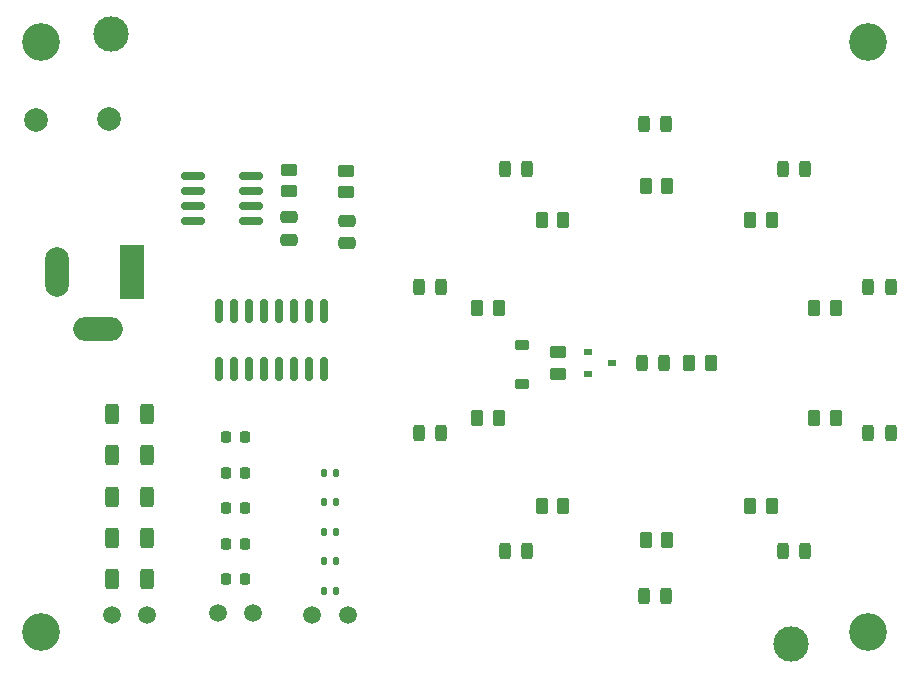
<source format=gbr>
%TF.GenerationSoftware,KiCad,Pcbnew,7.0.1*%
%TF.CreationDate,2023-04-18T15:39:04-07:00*%
%TF.ProjectId,makerspace-smt-training,6d616b65-7273-4706-9163-652d736d742d,rev?*%
%TF.SameCoordinates,Original*%
%TF.FileFunction,Soldermask,Top*%
%TF.FilePolarity,Negative*%
%FSLAX46Y46*%
G04 Gerber Fmt 4.6, Leading zero omitted, Abs format (unit mm)*
G04 Created by KiCad (PCBNEW 7.0.1) date 2023-04-18 15:39:04*
%MOMM*%
%LPD*%
G01*
G04 APERTURE LIST*
G04 Aperture macros list*
%AMRoundRect*
0 Rectangle with rounded corners*
0 $1 Rounding radius*
0 $2 $3 $4 $5 $6 $7 $8 $9 X,Y pos of 4 corners*
0 Add a 4 corners polygon primitive as box body*
4,1,4,$2,$3,$4,$5,$6,$7,$8,$9,$2,$3,0*
0 Add four circle primitives for the rounded corners*
1,1,$1+$1,$2,$3*
1,1,$1+$1,$4,$5*
1,1,$1+$1,$6,$7*
1,1,$1+$1,$8,$9*
0 Add four rect primitives between the rounded corners*
20,1,$1+$1,$2,$3,$4,$5,0*
20,1,$1+$1,$4,$5,$6,$7,0*
20,1,$1+$1,$6,$7,$8,$9,0*
20,1,$1+$1,$8,$9,$2,$3,0*%
G04 Aperture macros list end*
%ADD10R,0.800000X0.600000*%
%ADD11R,2.000000X4.600000*%
%ADD12O,2.000000X4.200000*%
%ADD13O,4.200000X2.000000*%
%ADD14RoundRect,0.225000X-0.375000X0.225000X-0.375000X-0.225000X0.375000X-0.225000X0.375000X0.225000X0*%
%ADD15RoundRect,0.243750X-0.243750X-0.456250X0.243750X-0.456250X0.243750X0.456250X-0.243750X0.456250X0*%
%ADD16RoundRect,0.250000X-0.262500X-0.450000X0.262500X-0.450000X0.262500X0.450000X-0.262500X0.450000X0*%
%ADD17RoundRect,0.225000X-0.225000X-0.250000X0.225000X-0.250000X0.225000X0.250000X-0.225000X0.250000X0*%
%ADD18C,3.000000*%
%ADD19C,1.500000*%
%ADD20C,3.200000*%
%ADD21RoundRect,0.250000X0.312500X0.625000X-0.312500X0.625000X-0.312500X-0.625000X0.312500X-0.625000X0*%
%ADD22RoundRect,0.135000X-0.135000X-0.185000X0.135000X-0.185000X0.135000X0.185000X-0.135000X0.185000X0*%
%ADD23C,2.000000*%
%ADD24RoundRect,0.250000X-0.312500X-0.625000X0.312500X-0.625000X0.312500X0.625000X-0.312500X0.625000X0*%
%ADD25RoundRect,0.250000X0.450000X-0.262500X0.450000X0.262500X-0.450000X0.262500X-0.450000X-0.262500X0*%
%ADD26RoundRect,0.250000X-0.450000X0.262500X-0.450000X-0.262500X0.450000X-0.262500X0.450000X0.262500X0*%
%ADD27RoundRect,0.250000X0.475000X-0.250000X0.475000X0.250000X-0.475000X0.250000X-0.475000X-0.250000X0*%
%ADD28RoundRect,0.250000X0.262500X0.450000X-0.262500X0.450000X-0.262500X-0.450000X0.262500X-0.450000X0*%
%ADD29RoundRect,0.135000X0.135000X0.185000X-0.135000X0.185000X-0.135000X-0.185000X0.135000X-0.185000X0*%
%ADD30RoundRect,0.150000X-0.825000X-0.150000X0.825000X-0.150000X0.825000X0.150000X-0.825000X0.150000X0*%
%ADD31RoundRect,0.150000X-0.150000X0.825000X-0.150000X-0.825000X0.150000X-0.825000X0.150000X0.825000X0*%
%ADD32RoundRect,0.250000X-0.475000X0.250000X-0.475000X-0.250000X0.475000X-0.250000X0.475000X0.250000X0*%
G04 APERTURE END LIST*
D10*
%TO.C,Q1*%
X134360000Y-76200000D03*
X132340000Y-75250000D03*
X132340000Y-77150000D03*
%TD*%
D11*
%TO.C,J1*%
X93705000Y-68479000D03*
D12*
X87405000Y-68479000D03*
D13*
X90805000Y-73279000D03*
%TD*%
D14*
%TO.C,D12*%
X126746000Y-74677000D03*
X126746000Y-77977000D03*
%TD*%
D15*
%TO.C,D10*%
X118031625Y-69750000D03*
X119906625Y-69750000D03*
%TD*%
%TO.C,D6*%
X137052756Y-95930340D03*
X138927756Y-95930340D03*
%TD*%
D16*
%TO.C,R3*%
X140900000Y-76196823D03*
X142725000Y-76196823D03*
%TD*%
D17*
%TO.C,C5*%
X101725000Y-88500000D03*
X103275000Y-88500000D03*
%TD*%
D18*
%TO.C,FID2*%
X149500000Y-100000000D03*
%TD*%
D15*
%TO.C,D9*%
X118031625Y-82110679D03*
X119906625Y-82110679D03*
%TD*%
D19*
%TO.C,TP6*%
X112000000Y-97500000D03*
%TD*%
D20*
%TO.C,H2*%
X86000000Y-99000000D03*
%TD*%
D17*
%TO.C,C4*%
X101725000Y-85500000D03*
X103275000Y-85500000D03*
%TD*%
D21*
%TO.C,R18*%
X94962500Y-91000000D03*
X92037500Y-91000000D03*
%TD*%
D15*
%TO.C,D3*%
X156073886Y-69750000D03*
X157948886Y-69750000D03*
%TD*%
%TO.C,D5*%
X148808461Y-92110679D03*
X150683461Y-92110679D03*
%TD*%
%TO.C,D7*%
X136875000Y-76196823D03*
X138750000Y-76196823D03*
%TD*%
D16*
%TO.C,R7*%
X146054278Y-88332077D03*
X147879278Y-88332077D03*
%TD*%
D15*
%TO.C,D8*%
X125297050Y-92110679D03*
X127172050Y-92110679D03*
%TD*%
D22*
%TO.C,R22*%
X109990000Y-90500000D03*
X111010000Y-90500000D03*
%TD*%
D16*
%TO.C,R4*%
X151503347Y-71561568D03*
X153328347Y-71561568D03*
%TD*%
D20*
%TO.C,H3*%
X156000000Y-99000000D03*
%TD*%
D19*
%TO.C,TP1*%
X92000000Y-97500000D03*
%TD*%
D23*
%TO.C,TP8*%
X85600000Y-55650000D03*
%TD*%
%TO.C,TP7*%
X91800000Y-55500000D03*
%TD*%
D24*
%TO.C,R17*%
X92037500Y-87500000D03*
X94962500Y-87500000D03*
%TD*%
D25*
%TO.C,R11*%
X111868375Y-61750000D03*
X111868375Y-59925000D03*
%TD*%
D16*
%TO.C,R12*%
X122971652Y-71561568D03*
X124796652Y-71561568D03*
%TD*%
D15*
%TO.C,D11*%
X125297050Y-59750000D03*
X127172050Y-59750000D03*
%TD*%
D26*
%TO.C,R14*%
X129794000Y-77112500D03*
X129794000Y-75287500D03*
%TD*%
D19*
%TO.C,TP5*%
X109000000Y-97500000D03*
%TD*%
D22*
%TO.C,R20*%
X109990000Y-85500000D03*
X111010000Y-85500000D03*
%TD*%
D20*
%TO.C,H1*%
X86000000Y-49000000D03*
%TD*%
D21*
%TO.C,R16*%
X94962500Y-84000000D03*
X92037500Y-84000000D03*
%TD*%
D16*
%TO.C,R1*%
X137237500Y-61196823D03*
X139062500Y-61196823D03*
%TD*%
D27*
%TO.C,C1*%
X107000000Y-65753177D03*
X107000000Y-63853177D03*
%TD*%
D15*
%TO.C,D4*%
X156073886Y-82110679D03*
X157948886Y-82110679D03*
%TD*%
D28*
%TO.C,R10*%
X124796652Y-80832077D03*
X122971652Y-80832077D03*
%TD*%
D18*
%TO.C,FID1*%
X91950000Y-48350000D03*
%TD*%
D17*
%TO.C,C6*%
X101725000Y-91500000D03*
X103275000Y-91500000D03*
%TD*%
D29*
%TO.C,R21*%
X111010000Y-88000000D03*
X109990000Y-88000000D03*
%TD*%
D28*
%TO.C,R8*%
X139062500Y-91196823D03*
X137237500Y-91196823D03*
%TD*%
D15*
%TO.C,D2*%
X148808461Y-59750000D03*
X150683461Y-59750000D03*
%TD*%
D19*
%TO.C,TP4*%
X104000000Y-97400000D03*
%TD*%
D25*
%TO.C,R6*%
X107000000Y-61662500D03*
X107000000Y-59837500D03*
%TD*%
D30*
%TO.C,U1*%
X98868375Y-60345000D03*
X98868375Y-61615000D03*
X98868375Y-62885000D03*
X98868375Y-64155000D03*
X103818375Y-64155000D03*
X103818375Y-62885000D03*
X103818375Y-61615000D03*
X103818375Y-60345000D03*
%TD*%
D24*
%TO.C,R15*%
X92037500Y-80500000D03*
X94962500Y-80500000D03*
%TD*%
D20*
%TO.C,H4*%
X156000000Y-49000000D03*
%TD*%
D28*
%TO.C,R9*%
X130245721Y-88332077D03*
X128420721Y-88332077D03*
%TD*%
D31*
%TO.C,U2*%
X109995000Y-71775000D03*
X108725000Y-71775000D03*
X107455000Y-71775000D03*
X106185000Y-71775000D03*
X104915000Y-71775000D03*
X103645000Y-71775000D03*
X102375000Y-71775000D03*
X101105000Y-71775000D03*
X101105000Y-76725000D03*
X102375000Y-76725000D03*
X103645000Y-76725000D03*
X104915000Y-76725000D03*
X106185000Y-76725000D03*
X107455000Y-76725000D03*
X108725000Y-76725000D03*
X109995000Y-76725000D03*
%TD*%
D29*
%TO.C,R23*%
X111010000Y-93000000D03*
X109990000Y-93000000D03*
%TD*%
D16*
%TO.C,R5*%
X151503347Y-80832077D03*
X153328347Y-80832077D03*
%TD*%
D17*
%TO.C,C3*%
X101725000Y-82500000D03*
X103275000Y-82500000D03*
%TD*%
D24*
%TO.C,R19*%
X92037500Y-94500000D03*
X94962500Y-94500000D03*
%TD*%
D19*
%TO.C,TP3*%
X101000000Y-97400000D03*
%TD*%
%TO.C,TP2*%
X95000000Y-97500000D03*
%TD*%
D16*
%TO.C,R2*%
X146054278Y-64061568D03*
X147879278Y-64061568D03*
%TD*%
D15*
%TO.C,D1*%
X137052756Y-55930340D03*
X138927756Y-55930340D03*
%TD*%
D17*
%TO.C,C7*%
X101725000Y-94500000D03*
X103275000Y-94500000D03*
%TD*%
D22*
%TO.C,R24*%
X109990000Y-95500000D03*
X111010000Y-95500000D03*
%TD*%
D32*
%TO.C,C2*%
X111893375Y-64148752D03*
X111893375Y-66048752D03*
%TD*%
D16*
%TO.C,R13*%
X128420721Y-64061568D03*
X130245721Y-64061568D03*
%TD*%
M02*

</source>
